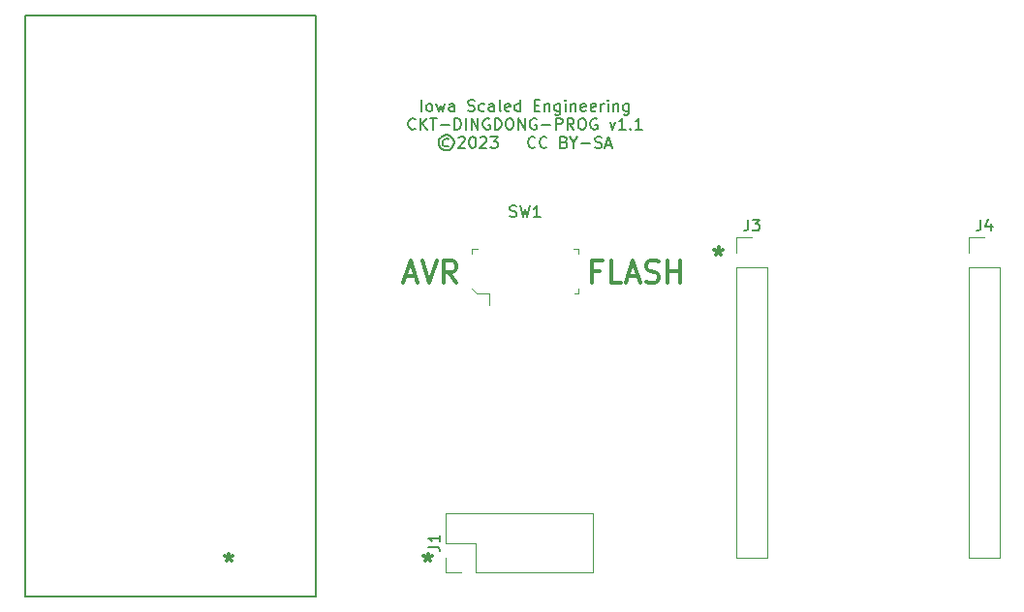
<source format=gto>
G04 #@! TF.GenerationSoftware,KiCad,Pcbnew,6.0.2+dfsg-1*
G04 #@! TF.CreationDate,2023-11-01T20:44:52-06:00*
G04 #@! TF.ProjectId,ckt-dingdong-prog,636b742d-6469-46e6-9764-6f6e672d7072,rev?*
G04 #@! TF.SameCoordinates,Original*
G04 #@! TF.FileFunction,Legend,Top*
G04 #@! TF.FilePolarity,Positive*
%FSLAX46Y46*%
G04 Gerber Fmt 4.6, Leading zero omitted, Abs format (unit mm)*
G04 Created by KiCad (PCBNEW 6.0.2+dfsg-1) date 2023-11-01 20:44:52*
%MOMM*%
%LPD*%
G01*
G04 APERTURE LIST*
%ADD10C,0.150000*%
%ADD11C,0.300000*%
%ADD12C,0.304800*%
%ADD13C,0.120000*%
%ADD14C,0.100000*%
G04 APERTURE END LIST*
D10*
X50800000Y-68199000D02*
X76200000Y-68199000D01*
X76200000Y-68199000D02*
X76200000Y-118999000D01*
X76200000Y-118999000D02*
X50800000Y-118999000D01*
X50800000Y-118999000D02*
X50800000Y-68199000D01*
D11*
X111379000Y-88459571D02*
X111379000Y-88816714D01*
X111021857Y-88673857D02*
X111379000Y-88816714D01*
X111736142Y-88673857D01*
X111164714Y-89102428D02*
X111379000Y-88816714D01*
X111593285Y-89102428D01*
D12*
X100981691Y-90541928D02*
X100346691Y-90541928D01*
X100346691Y-91539785D02*
X100346691Y-89634785D01*
X101253834Y-89634785D01*
X102886691Y-91539785D02*
X101979548Y-91539785D01*
X101979548Y-89634785D01*
X103430977Y-90995500D02*
X104338120Y-90995500D01*
X103249548Y-91539785D02*
X103884548Y-89634785D01*
X104519548Y-91539785D01*
X105063834Y-91449071D02*
X105335977Y-91539785D01*
X105789548Y-91539785D01*
X105970977Y-91449071D01*
X106061691Y-91358357D01*
X106152405Y-91176928D01*
X106152405Y-90995500D01*
X106061691Y-90814071D01*
X105970977Y-90723357D01*
X105789548Y-90632642D01*
X105426691Y-90541928D01*
X105245262Y-90451214D01*
X105154548Y-90360500D01*
X105063834Y-90179071D01*
X105063834Y-89997642D01*
X105154548Y-89816214D01*
X105245262Y-89725500D01*
X105426691Y-89634785D01*
X105880262Y-89634785D01*
X106152405Y-89725500D01*
X106968834Y-91539785D02*
X106968834Y-89634785D01*
X106968834Y-90541928D02*
X108057405Y-90541928D01*
X108057405Y-91539785D02*
X108057405Y-89634785D01*
D11*
X85979000Y-115256571D02*
X85979000Y-115613714D01*
X85621857Y-115470857D02*
X85979000Y-115613714D01*
X86336142Y-115470857D01*
X85764714Y-115899428D02*
X85979000Y-115613714D01*
X86193285Y-115899428D01*
D10*
X85440380Y-76566380D02*
X85440380Y-75566380D01*
X86059428Y-76566380D02*
X85964190Y-76518761D01*
X85916571Y-76471142D01*
X85868952Y-76375904D01*
X85868952Y-76090190D01*
X85916571Y-75994952D01*
X85964190Y-75947333D01*
X86059428Y-75899714D01*
X86202285Y-75899714D01*
X86297523Y-75947333D01*
X86345142Y-75994952D01*
X86392761Y-76090190D01*
X86392761Y-76375904D01*
X86345142Y-76471142D01*
X86297523Y-76518761D01*
X86202285Y-76566380D01*
X86059428Y-76566380D01*
X86726095Y-75899714D02*
X86916571Y-76566380D01*
X87107047Y-76090190D01*
X87297523Y-76566380D01*
X87488000Y-75899714D01*
X88297523Y-76566380D02*
X88297523Y-76042571D01*
X88249904Y-75947333D01*
X88154666Y-75899714D01*
X87964190Y-75899714D01*
X87868952Y-75947333D01*
X88297523Y-76518761D02*
X88202285Y-76566380D01*
X87964190Y-76566380D01*
X87868952Y-76518761D01*
X87821333Y-76423523D01*
X87821333Y-76328285D01*
X87868952Y-76233047D01*
X87964190Y-76185428D01*
X88202285Y-76185428D01*
X88297523Y-76137809D01*
X89488000Y-76518761D02*
X89630857Y-76566380D01*
X89868952Y-76566380D01*
X89964190Y-76518761D01*
X90011809Y-76471142D01*
X90059428Y-76375904D01*
X90059428Y-76280666D01*
X90011809Y-76185428D01*
X89964190Y-76137809D01*
X89868952Y-76090190D01*
X89678476Y-76042571D01*
X89583238Y-75994952D01*
X89535619Y-75947333D01*
X89488000Y-75852095D01*
X89488000Y-75756857D01*
X89535619Y-75661619D01*
X89583238Y-75614000D01*
X89678476Y-75566380D01*
X89916571Y-75566380D01*
X90059428Y-75614000D01*
X90916571Y-76518761D02*
X90821333Y-76566380D01*
X90630857Y-76566380D01*
X90535619Y-76518761D01*
X90488000Y-76471142D01*
X90440380Y-76375904D01*
X90440380Y-76090190D01*
X90488000Y-75994952D01*
X90535619Y-75947333D01*
X90630857Y-75899714D01*
X90821333Y-75899714D01*
X90916571Y-75947333D01*
X91773714Y-76566380D02*
X91773714Y-76042571D01*
X91726095Y-75947333D01*
X91630857Y-75899714D01*
X91440380Y-75899714D01*
X91345142Y-75947333D01*
X91773714Y-76518761D02*
X91678476Y-76566380D01*
X91440380Y-76566380D01*
X91345142Y-76518761D01*
X91297523Y-76423523D01*
X91297523Y-76328285D01*
X91345142Y-76233047D01*
X91440380Y-76185428D01*
X91678476Y-76185428D01*
X91773714Y-76137809D01*
X92392761Y-76566380D02*
X92297523Y-76518761D01*
X92249904Y-76423523D01*
X92249904Y-75566380D01*
X93154666Y-76518761D02*
X93059428Y-76566380D01*
X92868952Y-76566380D01*
X92773714Y-76518761D01*
X92726095Y-76423523D01*
X92726095Y-76042571D01*
X92773714Y-75947333D01*
X92868952Y-75899714D01*
X93059428Y-75899714D01*
X93154666Y-75947333D01*
X93202285Y-76042571D01*
X93202285Y-76137809D01*
X92726095Y-76233047D01*
X94059428Y-76566380D02*
X94059428Y-75566380D01*
X94059428Y-76518761D02*
X93964190Y-76566380D01*
X93773714Y-76566380D01*
X93678476Y-76518761D01*
X93630857Y-76471142D01*
X93583238Y-76375904D01*
X93583238Y-76090190D01*
X93630857Y-75994952D01*
X93678476Y-75947333D01*
X93773714Y-75899714D01*
X93964190Y-75899714D01*
X94059428Y-75947333D01*
X95297523Y-76042571D02*
X95630857Y-76042571D01*
X95773714Y-76566380D02*
X95297523Y-76566380D01*
X95297523Y-75566380D01*
X95773714Y-75566380D01*
X96202285Y-75899714D02*
X96202285Y-76566380D01*
X96202285Y-75994952D02*
X96249904Y-75947333D01*
X96345142Y-75899714D01*
X96488000Y-75899714D01*
X96583238Y-75947333D01*
X96630857Y-76042571D01*
X96630857Y-76566380D01*
X97535619Y-75899714D02*
X97535619Y-76709238D01*
X97488000Y-76804476D01*
X97440380Y-76852095D01*
X97345142Y-76899714D01*
X97202285Y-76899714D01*
X97107047Y-76852095D01*
X97535619Y-76518761D02*
X97440380Y-76566380D01*
X97249904Y-76566380D01*
X97154666Y-76518761D01*
X97107047Y-76471142D01*
X97059428Y-76375904D01*
X97059428Y-76090190D01*
X97107047Y-75994952D01*
X97154666Y-75947333D01*
X97249904Y-75899714D01*
X97440380Y-75899714D01*
X97535619Y-75947333D01*
X98011809Y-76566380D02*
X98011809Y-75899714D01*
X98011809Y-75566380D02*
X97964190Y-75614000D01*
X98011809Y-75661619D01*
X98059428Y-75614000D01*
X98011809Y-75566380D01*
X98011809Y-75661619D01*
X98488000Y-75899714D02*
X98488000Y-76566380D01*
X98488000Y-75994952D02*
X98535619Y-75947333D01*
X98630857Y-75899714D01*
X98773714Y-75899714D01*
X98868952Y-75947333D01*
X98916571Y-76042571D01*
X98916571Y-76566380D01*
X99773714Y-76518761D02*
X99678476Y-76566380D01*
X99488000Y-76566380D01*
X99392761Y-76518761D01*
X99345142Y-76423523D01*
X99345142Y-76042571D01*
X99392761Y-75947333D01*
X99488000Y-75899714D01*
X99678476Y-75899714D01*
X99773714Y-75947333D01*
X99821333Y-76042571D01*
X99821333Y-76137809D01*
X99345142Y-76233047D01*
X100630857Y-76518761D02*
X100535619Y-76566380D01*
X100345142Y-76566380D01*
X100249904Y-76518761D01*
X100202285Y-76423523D01*
X100202285Y-76042571D01*
X100249904Y-75947333D01*
X100345142Y-75899714D01*
X100535619Y-75899714D01*
X100630857Y-75947333D01*
X100678476Y-76042571D01*
X100678476Y-76137809D01*
X100202285Y-76233047D01*
X101107047Y-76566380D02*
X101107047Y-75899714D01*
X101107047Y-76090190D02*
X101154666Y-75994952D01*
X101202285Y-75947333D01*
X101297523Y-75899714D01*
X101392761Y-75899714D01*
X101726095Y-76566380D02*
X101726095Y-75899714D01*
X101726095Y-75566380D02*
X101678476Y-75614000D01*
X101726095Y-75661619D01*
X101773714Y-75614000D01*
X101726095Y-75566380D01*
X101726095Y-75661619D01*
X102202285Y-75899714D02*
X102202285Y-76566380D01*
X102202285Y-75994952D02*
X102249904Y-75947333D01*
X102345142Y-75899714D01*
X102488000Y-75899714D01*
X102583238Y-75947333D01*
X102630857Y-76042571D01*
X102630857Y-76566380D01*
X103535619Y-75899714D02*
X103535619Y-76709238D01*
X103488000Y-76804476D01*
X103440380Y-76852095D01*
X103345142Y-76899714D01*
X103202285Y-76899714D01*
X103107047Y-76852095D01*
X103535619Y-76518761D02*
X103440380Y-76566380D01*
X103249904Y-76566380D01*
X103154666Y-76518761D01*
X103107047Y-76471142D01*
X103059428Y-76375904D01*
X103059428Y-76090190D01*
X103107047Y-75994952D01*
X103154666Y-75947333D01*
X103249904Y-75899714D01*
X103440380Y-75899714D01*
X103535619Y-75947333D01*
X84892761Y-78081142D02*
X84845142Y-78128761D01*
X84702285Y-78176380D01*
X84607047Y-78176380D01*
X84464190Y-78128761D01*
X84368952Y-78033523D01*
X84321333Y-77938285D01*
X84273714Y-77747809D01*
X84273714Y-77604952D01*
X84321333Y-77414476D01*
X84368952Y-77319238D01*
X84464190Y-77224000D01*
X84607047Y-77176380D01*
X84702285Y-77176380D01*
X84845142Y-77224000D01*
X84892761Y-77271619D01*
X85321333Y-78176380D02*
X85321333Y-77176380D01*
X85892761Y-78176380D02*
X85464190Y-77604952D01*
X85892761Y-77176380D02*
X85321333Y-77747809D01*
X86178476Y-77176380D02*
X86749904Y-77176380D01*
X86464190Y-78176380D02*
X86464190Y-77176380D01*
X87083238Y-77795428D02*
X87845142Y-77795428D01*
X88321333Y-78176380D02*
X88321333Y-77176380D01*
X88559428Y-77176380D01*
X88702285Y-77224000D01*
X88797523Y-77319238D01*
X88845142Y-77414476D01*
X88892761Y-77604952D01*
X88892761Y-77747809D01*
X88845142Y-77938285D01*
X88797523Y-78033523D01*
X88702285Y-78128761D01*
X88559428Y-78176380D01*
X88321333Y-78176380D01*
X89321333Y-78176380D02*
X89321333Y-77176380D01*
X89797523Y-78176380D02*
X89797523Y-77176380D01*
X90368952Y-78176380D01*
X90368952Y-77176380D01*
X91368952Y-77224000D02*
X91273714Y-77176380D01*
X91130857Y-77176380D01*
X90988000Y-77224000D01*
X90892761Y-77319238D01*
X90845142Y-77414476D01*
X90797523Y-77604952D01*
X90797523Y-77747809D01*
X90845142Y-77938285D01*
X90892761Y-78033523D01*
X90988000Y-78128761D01*
X91130857Y-78176380D01*
X91226095Y-78176380D01*
X91368952Y-78128761D01*
X91416571Y-78081142D01*
X91416571Y-77747809D01*
X91226095Y-77747809D01*
X91845142Y-78176380D02*
X91845142Y-77176380D01*
X92083238Y-77176380D01*
X92226095Y-77224000D01*
X92321333Y-77319238D01*
X92368952Y-77414476D01*
X92416571Y-77604952D01*
X92416571Y-77747809D01*
X92368952Y-77938285D01*
X92321333Y-78033523D01*
X92226095Y-78128761D01*
X92083238Y-78176380D01*
X91845142Y-78176380D01*
X93035619Y-77176380D02*
X93226095Y-77176380D01*
X93321333Y-77224000D01*
X93416571Y-77319238D01*
X93464190Y-77509714D01*
X93464190Y-77843047D01*
X93416571Y-78033523D01*
X93321333Y-78128761D01*
X93226095Y-78176380D01*
X93035619Y-78176380D01*
X92940380Y-78128761D01*
X92845142Y-78033523D01*
X92797523Y-77843047D01*
X92797523Y-77509714D01*
X92845142Y-77319238D01*
X92940380Y-77224000D01*
X93035619Y-77176380D01*
X93892761Y-78176380D02*
X93892761Y-77176380D01*
X94464190Y-78176380D01*
X94464190Y-77176380D01*
X95464190Y-77224000D02*
X95368952Y-77176380D01*
X95226095Y-77176380D01*
X95083238Y-77224000D01*
X94987999Y-77319238D01*
X94940380Y-77414476D01*
X94892761Y-77604952D01*
X94892761Y-77747809D01*
X94940380Y-77938285D01*
X94987999Y-78033523D01*
X95083238Y-78128761D01*
X95226095Y-78176380D01*
X95321333Y-78176380D01*
X95464190Y-78128761D01*
X95511809Y-78081142D01*
X95511809Y-77747809D01*
X95321333Y-77747809D01*
X95940380Y-77795428D02*
X96702285Y-77795428D01*
X97178476Y-78176380D02*
X97178476Y-77176380D01*
X97559428Y-77176380D01*
X97654666Y-77224000D01*
X97702285Y-77271619D01*
X97749904Y-77366857D01*
X97749904Y-77509714D01*
X97702285Y-77604952D01*
X97654666Y-77652571D01*
X97559428Y-77700190D01*
X97178476Y-77700190D01*
X98749904Y-78176380D02*
X98416571Y-77700190D01*
X98178476Y-78176380D02*
X98178476Y-77176380D01*
X98559428Y-77176380D01*
X98654666Y-77224000D01*
X98702285Y-77271619D01*
X98749904Y-77366857D01*
X98749904Y-77509714D01*
X98702285Y-77604952D01*
X98654666Y-77652571D01*
X98559428Y-77700190D01*
X98178476Y-77700190D01*
X99368952Y-77176380D02*
X99559428Y-77176380D01*
X99654666Y-77224000D01*
X99749904Y-77319238D01*
X99797523Y-77509714D01*
X99797523Y-77843047D01*
X99749904Y-78033523D01*
X99654666Y-78128761D01*
X99559428Y-78176380D01*
X99368952Y-78176380D01*
X99273714Y-78128761D01*
X99178476Y-78033523D01*
X99130857Y-77843047D01*
X99130857Y-77509714D01*
X99178476Y-77319238D01*
X99273714Y-77224000D01*
X99368952Y-77176380D01*
X100749904Y-77224000D02*
X100654666Y-77176380D01*
X100511809Y-77176380D01*
X100368952Y-77224000D01*
X100273714Y-77319238D01*
X100226095Y-77414476D01*
X100178476Y-77604952D01*
X100178476Y-77747809D01*
X100226095Y-77938285D01*
X100273714Y-78033523D01*
X100368952Y-78128761D01*
X100511809Y-78176380D01*
X100607047Y-78176380D01*
X100749904Y-78128761D01*
X100797523Y-78081142D01*
X100797523Y-77747809D01*
X100607047Y-77747809D01*
X101892761Y-77509714D02*
X102130857Y-78176380D01*
X102368952Y-77509714D01*
X103273714Y-78176380D02*
X102702285Y-78176380D01*
X102988000Y-78176380D02*
X102988000Y-77176380D01*
X102892761Y-77319238D01*
X102797523Y-77414476D01*
X102702285Y-77462095D01*
X103702285Y-78081142D02*
X103749904Y-78128761D01*
X103702285Y-78176380D01*
X103654666Y-78128761D01*
X103702285Y-78081142D01*
X103702285Y-78176380D01*
X104702285Y-78176380D02*
X104130857Y-78176380D01*
X104416571Y-78176380D02*
X104416571Y-77176380D01*
X104321333Y-77319238D01*
X104226095Y-77414476D01*
X104130857Y-77462095D01*
X87797523Y-79024476D02*
X87702285Y-78976857D01*
X87511809Y-78976857D01*
X87416571Y-79024476D01*
X87321333Y-79119714D01*
X87273714Y-79214952D01*
X87273714Y-79405428D01*
X87321333Y-79500666D01*
X87416571Y-79595904D01*
X87511809Y-79643523D01*
X87702285Y-79643523D01*
X87797523Y-79595904D01*
X87607047Y-78643523D02*
X87368952Y-78691142D01*
X87130857Y-78834000D01*
X86988000Y-79072095D01*
X86940380Y-79310190D01*
X86988000Y-79548285D01*
X87130857Y-79786380D01*
X87368952Y-79929238D01*
X87607047Y-79976857D01*
X87845142Y-79929238D01*
X88083238Y-79786380D01*
X88226095Y-79548285D01*
X88273714Y-79310190D01*
X88226095Y-79072095D01*
X88083238Y-78834000D01*
X87845142Y-78691142D01*
X87607047Y-78643523D01*
X88654666Y-78881619D02*
X88702285Y-78834000D01*
X88797523Y-78786380D01*
X89035619Y-78786380D01*
X89130857Y-78834000D01*
X89178476Y-78881619D01*
X89226095Y-78976857D01*
X89226095Y-79072095D01*
X89178476Y-79214952D01*
X88607047Y-79786380D01*
X89226095Y-79786380D01*
X89845142Y-78786380D02*
X89940380Y-78786380D01*
X90035619Y-78834000D01*
X90083238Y-78881619D01*
X90130857Y-78976857D01*
X90178476Y-79167333D01*
X90178476Y-79405428D01*
X90130857Y-79595904D01*
X90083238Y-79691142D01*
X90035619Y-79738761D01*
X89940380Y-79786380D01*
X89845142Y-79786380D01*
X89749904Y-79738761D01*
X89702285Y-79691142D01*
X89654666Y-79595904D01*
X89607047Y-79405428D01*
X89607047Y-79167333D01*
X89654666Y-78976857D01*
X89702285Y-78881619D01*
X89749904Y-78834000D01*
X89845142Y-78786380D01*
X90559428Y-78881619D02*
X90607047Y-78834000D01*
X90702285Y-78786380D01*
X90940380Y-78786380D01*
X91035619Y-78834000D01*
X91083238Y-78881619D01*
X91130857Y-78976857D01*
X91130857Y-79072095D01*
X91083238Y-79214952D01*
X90511809Y-79786380D01*
X91130857Y-79786380D01*
X91464190Y-78786380D02*
X92083238Y-78786380D01*
X91749904Y-79167333D01*
X91892761Y-79167333D01*
X91988000Y-79214952D01*
X92035619Y-79262571D01*
X92083238Y-79357809D01*
X92083238Y-79595904D01*
X92035619Y-79691142D01*
X91988000Y-79738761D01*
X91892761Y-79786380D01*
X91607047Y-79786380D01*
X91511809Y-79738761D01*
X91464190Y-79691142D01*
X95368952Y-79691142D02*
X95321333Y-79738761D01*
X95178476Y-79786380D01*
X95083238Y-79786380D01*
X94940380Y-79738761D01*
X94845142Y-79643523D01*
X94797523Y-79548285D01*
X94749904Y-79357809D01*
X94749904Y-79214952D01*
X94797523Y-79024476D01*
X94845142Y-78929238D01*
X94940380Y-78834000D01*
X95083238Y-78786380D01*
X95178476Y-78786380D01*
X95321333Y-78834000D01*
X95368952Y-78881619D01*
X96368952Y-79691142D02*
X96321333Y-79738761D01*
X96178476Y-79786380D01*
X96083238Y-79786380D01*
X95940380Y-79738761D01*
X95845142Y-79643523D01*
X95797523Y-79548285D01*
X95749904Y-79357809D01*
X95749904Y-79214952D01*
X95797523Y-79024476D01*
X95845142Y-78929238D01*
X95940380Y-78834000D01*
X96083238Y-78786380D01*
X96178476Y-78786380D01*
X96321333Y-78834000D01*
X96368952Y-78881619D01*
X97892761Y-79262571D02*
X98035619Y-79310190D01*
X98083238Y-79357809D01*
X98130857Y-79453047D01*
X98130857Y-79595904D01*
X98083238Y-79691142D01*
X98035619Y-79738761D01*
X97940380Y-79786380D01*
X97559428Y-79786380D01*
X97559428Y-78786380D01*
X97892761Y-78786380D01*
X97988000Y-78834000D01*
X98035619Y-78881619D01*
X98083238Y-78976857D01*
X98083238Y-79072095D01*
X98035619Y-79167333D01*
X97988000Y-79214952D01*
X97892761Y-79262571D01*
X97559428Y-79262571D01*
X98749904Y-79310190D02*
X98749904Y-79786380D01*
X98416571Y-78786380D02*
X98749904Y-79310190D01*
X99083238Y-78786380D01*
X99416571Y-79405428D02*
X100178476Y-79405428D01*
X100607047Y-79738761D02*
X100749904Y-79786380D01*
X100988000Y-79786380D01*
X101083238Y-79738761D01*
X101130857Y-79691142D01*
X101178476Y-79595904D01*
X101178476Y-79500666D01*
X101130857Y-79405428D01*
X101083238Y-79357809D01*
X100988000Y-79310190D01*
X100797523Y-79262571D01*
X100702285Y-79214952D01*
X100654666Y-79167333D01*
X100607047Y-79072095D01*
X100607047Y-78976857D01*
X100654666Y-78881619D01*
X100702285Y-78834000D01*
X100797523Y-78786380D01*
X101035619Y-78786380D01*
X101178476Y-78834000D01*
X101559428Y-79500666D02*
X102035619Y-79500666D01*
X101464190Y-79786380D02*
X101797523Y-78786380D01*
X102130857Y-79786380D01*
D11*
X68580000Y-115256571D02*
X68580000Y-115613714D01*
X68222857Y-115470857D02*
X68580000Y-115613714D01*
X68937142Y-115470857D01*
X68365714Y-115899428D02*
X68580000Y-115613714D01*
X68794285Y-115899428D01*
D12*
X84021022Y-90995500D02*
X84928165Y-90995500D01*
X83839594Y-91539785D02*
X84474594Y-89634785D01*
X85109594Y-91539785D01*
X85472451Y-89634785D02*
X86107451Y-91539785D01*
X86742451Y-89634785D01*
X88466022Y-91539785D02*
X87831022Y-90632642D01*
X87377451Y-91539785D02*
X87377451Y-89634785D01*
X88103165Y-89634785D01*
X88284594Y-89725500D01*
X88375308Y-89816214D01*
X88466022Y-89997642D01*
X88466022Y-90269785D01*
X88375308Y-90451214D01*
X88284594Y-90541928D01*
X88103165Y-90632642D01*
X87377451Y-90632642D01*
D10*
X86027380Y-114638333D02*
X86741666Y-114638333D01*
X86884523Y-114685952D01*
X86979761Y-114781190D01*
X87027380Y-114924047D01*
X87027380Y-115019285D01*
X87027380Y-113638333D02*
X87027380Y-114209761D01*
X87027380Y-113924047D02*
X86027380Y-113924047D01*
X86170238Y-114019285D01*
X86265476Y-114114523D01*
X86313095Y-114209761D01*
X134286666Y-86022380D02*
X134286666Y-86736666D01*
X134239047Y-86879523D01*
X134143809Y-86974761D01*
X134000952Y-87022380D01*
X133905714Y-87022380D01*
X135191428Y-86355714D02*
X135191428Y-87022380D01*
X134953333Y-85974761D02*
X134715238Y-86689047D01*
X135334285Y-86689047D01*
X113966666Y-86022380D02*
X113966666Y-86736666D01*
X113919047Y-86879523D01*
X113823809Y-86974761D01*
X113680952Y-87022380D01*
X113585714Y-87022380D01*
X114347619Y-86022380D02*
X114966666Y-86022380D01*
X114633333Y-86403333D01*
X114776190Y-86403333D01*
X114871428Y-86450952D01*
X114919047Y-86498571D01*
X114966666Y-86593809D01*
X114966666Y-86831904D01*
X114919047Y-86927142D01*
X114871428Y-86974761D01*
X114776190Y-87022380D01*
X114490476Y-87022380D01*
X114395238Y-86974761D01*
X114347619Y-86927142D01*
X93154666Y-85755761D02*
X93297523Y-85803380D01*
X93535619Y-85803380D01*
X93630857Y-85755761D01*
X93678476Y-85708142D01*
X93726095Y-85612904D01*
X93726095Y-85517666D01*
X93678476Y-85422428D01*
X93630857Y-85374809D01*
X93535619Y-85327190D01*
X93345142Y-85279571D01*
X93249904Y-85231952D01*
X93202285Y-85184333D01*
X93154666Y-85089095D01*
X93154666Y-84993857D01*
X93202285Y-84898619D01*
X93249904Y-84851000D01*
X93345142Y-84803380D01*
X93583238Y-84803380D01*
X93726095Y-84851000D01*
X94059428Y-84803380D02*
X94297523Y-85803380D01*
X94488000Y-85089095D01*
X94678476Y-85803380D01*
X94916571Y-84803380D01*
X95821333Y-85803380D02*
X95249904Y-85803380D01*
X95535619Y-85803380D02*
X95535619Y-84803380D01*
X95440380Y-84946238D01*
X95345142Y-85041476D01*
X95249904Y-85089095D01*
D13*
X87575000Y-114305000D02*
X87575000Y-111705000D01*
X90175000Y-116905000D02*
X100395000Y-116905000D01*
X90175000Y-114305000D02*
X87575000Y-114305000D01*
X87575000Y-116905000D02*
X87575000Y-115575000D01*
X90175000Y-116905000D02*
X90175000Y-114305000D01*
X88905000Y-116905000D02*
X87575000Y-116905000D01*
X100395000Y-116905000D02*
X100395000Y-111705000D01*
X87575000Y-111705000D02*
X100395000Y-111705000D01*
X135950000Y-90170000D02*
X135950000Y-115630000D01*
X133290000Y-115630000D02*
X135950000Y-115630000D01*
X133290000Y-88900000D02*
X133290000Y-87570000D01*
X133290000Y-90170000D02*
X133290000Y-115630000D01*
X133290000Y-87570000D02*
X134620000Y-87570000D01*
X133290000Y-90170000D02*
X135950000Y-90170000D01*
X112970000Y-88900000D02*
X112970000Y-87570000D01*
X112970000Y-90170000D02*
X112970000Y-115630000D01*
X112970000Y-115630000D02*
X115630000Y-115630000D01*
X112970000Y-87570000D02*
X114300000Y-87570000D01*
X115630000Y-90170000D02*
X115630000Y-115630000D01*
X112970000Y-90170000D02*
X115630000Y-90170000D01*
D14*
X89863000Y-92101000D02*
X90213000Y-92476000D01*
X99113000Y-92101000D02*
X99113000Y-92476000D01*
X89863000Y-88626000D02*
X89863000Y-89026000D01*
X98713000Y-88626000D02*
X99113000Y-88626000D01*
X91313000Y-92476000D02*
X91313000Y-93526000D01*
X90338000Y-88626000D02*
X89863000Y-88626000D01*
X99113000Y-88626000D02*
X99113000Y-89001000D01*
X90213000Y-92476000D02*
X91313000Y-92476000D01*
X99113000Y-92476000D02*
X98763000Y-92476000D01*
M02*

</source>
